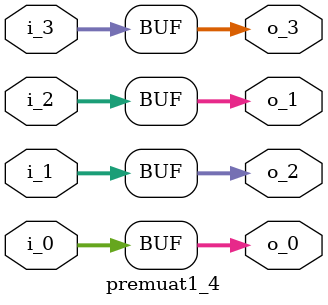
<source format=v>
module premuat1_4(
               i_0,
               i_1,
               i_2,
               i_3,
               o_0,
               o_1,
               o_2,
               o_3
);
input  signed  [18:0]   i_0;
input  signed  [18:0]   i_1;
input  signed  [18:0]   i_2;
input  signed  [18:0]   i_3;
output  signed [18:0]   o_0;
output  signed [18:0]   o_1;
output  signed [18:0]   o_2;
output  signed [18:0]   o_3;
assign  o_0=i_0;
assign  o_1=i_2;
assign  o_2=i_1;
assign  o_3=i_3;
endmodule
</source>
